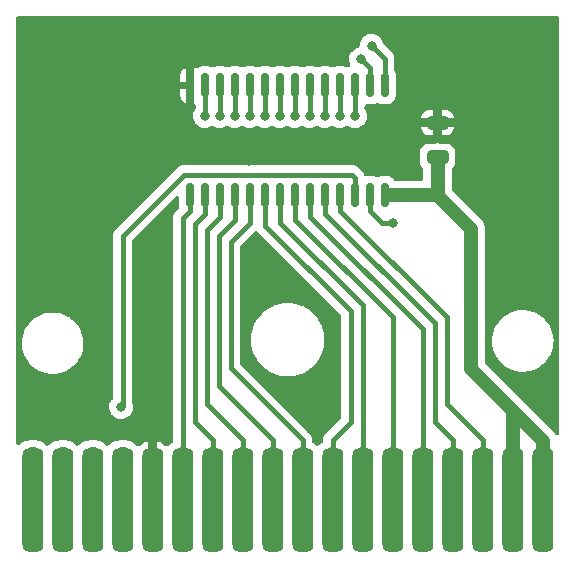
<source format=gbr>
%TF.GenerationSoftware,KiCad,Pcbnew,(6.0.0)*%
%TF.CreationDate,2022-01-01T20:47:22+01:00*%
%TF.ProjectId,vectrex,76656374-7265-4782-9e6b-696361645f70,rev?*%
%TF.SameCoordinates,Original*%
%TF.FileFunction,Copper,L1,Top*%
%TF.FilePolarity,Positive*%
%FSLAX46Y46*%
G04 Gerber Fmt 4.6, Leading zero omitted, Abs format (unit mm)*
G04 Created by KiCad (PCBNEW (6.0.0)) date 2022-01-01 20:47:22*
%MOMM*%
%LPD*%
G01*
G04 APERTURE LIST*
G04 Aperture macros list*
%AMRoundRect*
0 Rectangle with rounded corners*
0 $1 Rounding radius*
0 $2 $3 $4 $5 $6 $7 $8 $9 X,Y pos of 4 corners*
0 Add a 4 corners polygon primitive as box body*
4,1,4,$2,$3,$4,$5,$6,$7,$8,$9,$2,$3,0*
0 Add four circle primitives for the rounded corners*
1,1,$1+$1,$2,$3*
1,1,$1+$1,$4,$5*
1,1,$1+$1,$6,$7*
1,1,$1+$1,$8,$9*
0 Add four rect primitives between the rounded corners*
20,1,$1+$1,$2,$3,$4,$5,0*
20,1,$1+$1,$4,$5,$6,$7,0*
20,1,$1+$1,$6,$7,$8,$9,0*
20,1,$1+$1,$8,$9,$2,$3,0*%
G04 Aperture macros list end*
%TA.AperFunction,SMDPad,CuDef*%
%ADD10RoundRect,0.150000X-0.150000X0.875000X-0.150000X-0.875000X0.150000X-0.875000X0.150000X0.875000X0*%
%TD*%
%TA.AperFunction,SMDPad,CuDef*%
%ADD11RoundRect,0.666750X-0.222250X-3.778250X0.222250X-3.778250X0.222250X3.778250X-0.222250X3.778250X0*%
%TD*%
%TA.AperFunction,SMDPad,CuDef*%
%ADD12RoundRect,0.250000X0.650000X-0.325000X0.650000X0.325000X-0.650000X0.325000X-0.650000X-0.325000X0*%
%TD*%
%TA.AperFunction,ViaPad*%
%ADD13C,0.800000*%
%TD*%
%TA.AperFunction,Conductor*%
%ADD14C,0.400000*%
%TD*%
%TA.AperFunction,Conductor*%
%ADD15C,1.200000*%
%TD*%
G04 APERTURE END LIST*
D10*
%TO.P,U1,1,A14*%
%TO.N,/V-A14*%
X165735000Y-79170000D03*
%TO.P,U1,2,A12*%
%TO.N,/V-A12*%
X164465000Y-79170000D03*
%TO.P,U1,3,A7*%
%TO.N,/V-A7*%
X163195000Y-79170000D03*
%TO.P,U1,4,A6*%
%TO.N,/V-A6*%
X161925000Y-79170000D03*
%TO.P,U1,5,A5*%
%TO.N,/V-A5*%
X160655000Y-79170000D03*
%TO.P,U1,6,A4*%
%TO.N,/V-A4*%
X159385000Y-79170000D03*
%TO.P,U1,7,A3*%
%TO.N,/V-A3*%
X158115000Y-79170000D03*
%TO.P,U1,8,A2*%
%TO.N,/V-A2*%
X156845000Y-79170000D03*
%TO.P,U1,9,A1*%
%TO.N,/V-A1*%
X155575000Y-79170000D03*
%TO.P,U1,10,A0*%
%TO.N,/V-A0*%
X154305000Y-79170000D03*
%TO.P,U1,11,D0*%
%TO.N,/V-D0*%
X153035000Y-79170000D03*
%TO.P,U1,12,D1*%
%TO.N,/V-D1*%
X151765000Y-79170000D03*
%TO.P,U1,13,D2*%
%TO.N,/V-D2*%
X150495000Y-79170000D03*
%TO.P,U1,14,GND*%
%TO.N,GND*%
X149225000Y-79170000D03*
%TO.P,U1,15,D3*%
%TO.N,/V-D3*%
X149225000Y-88470000D03*
%TO.P,U1,16,D4*%
%TO.N,/V-D4*%
X150495000Y-88470000D03*
%TO.P,U1,17,D5*%
%TO.N,/V-D5*%
X151765000Y-88470000D03*
%TO.P,U1,18,D6*%
%TO.N,/V-D6*%
X153035000Y-88470000D03*
%TO.P,U1,19,D7*%
%TO.N,/V-D7*%
X154305000Y-88470000D03*
%TO.P,U1,20,~{CS}*%
%TO.N,/V-CE*%
X155575000Y-88470000D03*
%TO.P,U1,21,A10*%
%TO.N,/V-A10*%
X156845000Y-88470000D03*
%TO.P,U1,22,~{OE}*%
%TO.N,/V-OE*%
X158115000Y-88470000D03*
%TO.P,U1,23,A11*%
%TO.N,/V-A11*%
X159385000Y-88470000D03*
%TO.P,U1,24,A9*%
%TO.N,/V-A9*%
X160655000Y-88470000D03*
%TO.P,U1,25,A8*%
%TO.N,/V-A8*%
X161925000Y-88470000D03*
%TO.P,U1,26,A13*%
%TO.N,/V-A13*%
X163195000Y-88470000D03*
%TO.P,U1,27,~{WE}*%
%TO.N,/V-HALT*%
X164465000Y-88470000D03*
%TO.P,U1,28,VCC*%
%TO.N,+5V*%
X165735000Y-88470000D03*
%TD*%
D11*
%TO.P,CON3,2,VCC*%
%TO.N,+5V*%
X179070000Y-114300000D03*
%TO.P,CON3,4,VCC2*%
X176530000Y-114300000D03*
%TO.P,CON3,6,A8*%
%TO.N,/V-A8*%
X173990000Y-114300000D03*
%TO.P,CON3,8,A9*%
%TO.N,/V-A9*%
X171450000Y-114300000D03*
%TO.P,CON3,10,A11*%
%TO.N,/V-A11*%
X168910000Y-114300000D03*
%TO.P,CON3,12,OE*%
%TO.N,/V-OE*%
X166370000Y-114300000D03*
%TO.P,CON3,14,A10*%
%TO.N,/V-A10*%
X163830000Y-114300000D03*
%TO.P,CON3,16,CE*%
%TO.N,/V-CE*%
X161290000Y-114300000D03*
%TO.P,CON3,18,D7*%
%TO.N,/V-D7*%
X158750000Y-114300000D03*
%TO.P,CON3,20,D6*%
%TO.N,/V-D6*%
X156210000Y-114300000D03*
%TO.P,CON3,22,D5*%
%TO.N,/V-D5*%
X153670000Y-114300000D03*
%TO.P,CON3,24,D4*%
%TO.N,/V-D4*%
X151130000Y-114300000D03*
%TO.P,CON3,26,D3*%
%TO.N,/V-D3*%
X148590000Y-114300000D03*
%TO.P,CON3,28,GND2*%
%TO.N,GND*%
X146050000Y-114300000D03*
%TO.P,CON3,30,RW*%
%TO.N,unconnected-(CON3-Pad30)*%
X143510000Y-114300000D03*
%TO.P,CON3,32,CART*%
%TO.N,unconnected-(CON3-Pad32)*%
X140970000Y-114300000D03*
%TO.P,CON3,34,NMI*%
%TO.N,unconnected-(CON3-Pad34)*%
X138430000Y-114300000D03*
%TO.P,CON3,36,IRQ*%
%TO.N,unconnected-(CON3-Pad36)*%
X135890000Y-114300000D03*
%TD*%
D12*
%TO.P,C1,1,1*%
%TO.N,+5V*%
X170180000Y-85295000D03*
%TO.P,C1,2,2*%
%TO.N,GND*%
X170180000Y-82345000D03*
%TD*%
D13*
%TO.N,GND*%
X154178000Y-85598000D03*
X154178000Y-84328000D03*
X145796000Y-91440000D03*
X147828000Y-89408000D03*
X179070000Y-74930000D03*
X179070000Y-105410000D03*
X143510000Y-76200000D03*
X147320000Y-105664000D03*
X166370000Y-82550000D03*
X147320000Y-78994000D03*
X160020000Y-108204000D03*
X135890000Y-74930000D03*
X166370000Y-85090000D03*
X141351000Y-104267000D03*
X137033000Y-108585000D03*
X147320000Y-107188000D03*
X154686000Y-92710000D03*
X147320000Y-108712000D03*
X147320000Y-81788000D03*
X139192000Y-106426000D03*
%TO.N,/V-HALT*%
X166370000Y-90805000D03*
%TO.N,/V-A7*%
X163195000Y-81788000D03*
%TO.N,/V-A6*%
X161925000Y-81788000D03*
%TO.N,/V-A5*%
X160655000Y-81788000D03*
%TO.N,/V-A4*%
X159385000Y-81788000D03*
%TO.N,/V-A3*%
X158115000Y-81788000D03*
%TO.N,/V-A2*%
X156845000Y-81788000D03*
%TO.N,/V-A1*%
X155575000Y-81788000D03*
%TO.N,/V-A0*%
X154305000Y-81788000D03*
%TO.N,/V-D0*%
X153035000Y-81788000D03*
%TO.N,/V-D1*%
X151765000Y-81788000D03*
%TO.N,/V-D2*%
X150495000Y-81788000D03*
%TO.N,/V-A12*%
X163703000Y-76962000D03*
%TO.N,/V-A13*%
X143383000Y-106426000D03*
%TO.N,/V-A14*%
X164592000Y-75819000D03*
%TD*%
D14*
%TO.N,/V-HALT*%
X164465000Y-89789000D02*
X164465000Y-88470000D01*
X165481000Y-90805000D02*
X164465000Y-89789000D01*
X166370000Y-90805000D02*
X165481000Y-90805000D01*
%TO.N,/V-D5*%
X150622000Y-106172000D02*
X150622000Y-91440000D01*
X150622000Y-91440000D02*
X151765000Y-90297000D01*
X151765000Y-90297000D02*
X151765000Y-88470000D01*
X153670000Y-109220000D02*
X150622000Y-106172000D01*
X153670000Y-114300000D02*
X153670000Y-109220000D01*
%TO.N,/V-D6*%
X153035000Y-90551000D02*
X153035000Y-88470000D01*
X151638000Y-104648000D02*
X151638000Y-91948000D01*
X156210000Y-109220000D02*
X151638000Y-104648000D01*
X156210000Y-114300000D02*
X156210000Y-109220000D01*
X151638000Y-91948000D02*
X153035000Y-90551000D01*
%TO.N,/V-D7*%
X154305000Y-90805000D02*
X154305000Y-88470000D01*
X152654000Y-92456000D02*
X154305000Y-90805000D01*
X152654000Y-103124000D02*
X152654000Y-92456000D01*
X158750000Y-109220000D02*
X152654000Y-103124000D01*
X158750000Y-114300000D02*
X158750000Y-109220000D01*
%TO.N,/V-D4*%
X149606000Y-90932000D02*
X150495000Y-90043000D01*
X149606000Y-107696000D02*
X149606000Y-90932000D01*
X151130000Y-109220000D02*
X149606000Y-107696000D01*
X151130000Y-114300000D02*
X151130000Y-109220000D01*
X150495000Y-90043000D02*
X150495000Y-88470000D01*
%TO.N,/V-A7*%
X163195000Y-81788000D02*
X163195000Y-79170000D01*
%TO.N,/V-A6*%
X161925000Y-81788000D02*
X161925000Y-79170000D01*
%TO.N,/V-A5*%
X160655000Y-81788000D02*
X160655000Y-79170000D01*
%TO.N,/V-A4*%
X159385000Y-81788000D02*
X159385000Y-79170000D01*
%TO.N,/V-A3*%
X158115000Y-81788000D02*
X158115000Y-79170000D01*
%TO.N,/V-A2*%
X156845000Y-81788000D02*
X156845000Y-79170000D01*
%TO.N,/V-A1*%
X155575000Y-81788000D02*
X155575000Y-79170000D01*
%TO.N,/V-D2*%
X150495000Y-81788000D02*
X150495000Y-79170000D01*
%TO.N,/V-D1*%
X151765000Y-81788000D02*
X151765000Y-79170000D01*
%TO.N,/V-D0*%
X153035000Y-81788000D02*
X153035000Y-79170000D01*
%TO.N,/V-A0*%
X154305000Y-81788000D02*
X154305000Y-79170000D01*
D15*
%TO.N,+5V*%
X172974000Y-91313000D02*
X170131000Y-88470000D01*
X179070000Y-109283500D02*
X172974000Y-103187500D01*
X179070000Y-114300000D02*
X179070000Y-109283500D01*
X172974000Y-103187500D02*
X172974000Y-91313000D01*
D14*
%TO.N,/V-CE*%
X162814000Y-98298000D02*
X155575000Y-91059000D01*
X162814000Y-107696000D02*
X162814000Y-98298000D01*
X155575000Y-91059000D02*
X155575000Y-88470000D01*
X161290000Y-114300000D02*
X161290000Y-109220000D01*
X161290000Y-109220000D02*
X162814000Y-107696000D01*
%TO.N,/V-A13*%
X163195000Y-86995000D02*
X163195000Y-88470000D01*
X162941000Y-86741000D02*
X163195000Y-86995000D01*
X148717000Y-86741000D02*
X162941000Y-86741000D01*
X143383000Y-106426000D02*
X143510000Y-106299000D01*
X143510000Y-106299000D02*
X143510000Y-91948000D01*
X143510000Y-91948000D02*
X148717000Y-86741000D01*
%TO.N,/V-A9*%
X169926000Y-107696000D02*
X169926000Y-99314000D01*
X169926000Y-99314000D02*
X160655000Y-90043000D01*
X160655000Y-90043000D02*
X160655000Y-88470000D01*
X171450000Y-109220000D02*
X169926000Y-107696000D01*
X171450000Y-114300000D02*
X171450000Y-109220000D01*
%TO.N,/V-A11*%
X159385000Y-90297000D02*
X159385000Y-88470000D01*
X168910000Y-99822000D02*
X159385000Y-90297000D01*
X168910000Y-114300000D02*
X168910000Y-99822000D01*
%TO.N,/V-OE*%
X158115000Y-90551000D02*
X158115000Y-88470000D01*
X166370000Y-114300000D02*
X166370000Y-98806000D01*
X166370000Y-98806000D02*
X158115000Y-90551000D01*
%TO.N,/V-A10*%
X163830000Y-97790000D02*
X163830000Y-114300000D01*
X156845000Y-90805000D02*
X163830000Y-97790000D01*
X156845000Y-88470000D02*
X156845000Y-90805000D01*
%TO.N,/V-A8*%
X161925000Y-89789000D02*
X161925000Y-88470000D01*
X170942000Y-106172000D02*
X170942000Y-98806000D01*
X170942000Y-98806000D02*
X161925000Y-89789000D01*
X173990000Y-109220000D02*
X170942000Y-106172000D01*
X173990000Y-114300000D02*
X173990000Y-109220000D01*
%TO.N,/V-D3*%
X149225000Y-89789000D02*
X149225000Y-88470000D01*
X148590000Y-90424000D02*
X149225000Y-89789000D01*
X148590000Y-114300000D02*
X148590000Y-90424000D01*
D15*
%TO.N,+5V*%
X176530000Y-114300000D02*
X176530000Y-106743500D01*
X170131000Y-88470000D02*
X166035000Y-88470000D01*
D14*
X170180000Y-88421000D02*
X170131000Y-88470000D01*
D15*
X170180000Y-85295000D02*
X170180000Y-88421000D01*
D14*
%TO.N,/V-A12*%
X163703000Y-76962000D02*
X164465000Y-77724000D01*
X164465000Y-77724000D02*
X164465000Y-79170000D01*
%TO.N,/V-A14*%
X165735000Y-76962000D02*
X165735000Y-79170000D01*
X164592000Y-75819000D02*
X165735000Y-76962000D01*
%TD*%
%TA.AperFunction,Conductor*%
%TO.N,GND*%
G36*
X180385343Y-73345307D02*
G01*
X180454584Y-73400526D01*
X180493011Y-73480318D01*
X180498000Y-73524600D01*
X180498000Y-108611249D01*
X180478293Y-108697592D01*
X180423074Y-108766833D01*
X180343282Y-108805260D01*
X180254718Y-108805260D01*
X180174926Y-108766833D01*
X180120523Y-108699266D01*
X180097980Y-108653553D01*
X180092520Y-108646241D01*
X180089042Y-108640566D01*
X180085386Y-108634937D01*
X180081137Y-108626860D01*
X180024197Y-108554632D01*
X180021027Y-108550501D01*
X179971428Y-108484080D01*
X179971427Y-108484079D01*
X179965967Y-108476767D01*
X179903540Y-108419060D01*
X179897907Y-108413644D01*
X177450673Y-105966410D01*
X177431943Y-105944770D01*
X177425967Y-105936767D01*
X177363540Y-105879060D01*
X177357907Y-105873644D01*
X174232786Y-102748523D01*
X174185667Y-102673535D01*
X174174500Y-102607809D01*
X174174500Y-100871071D01*
X174792955Y-100871071D01*
X174817914Y-101188207D01*
X174881336Y-101499938D01*
X174982276Y-101801616D01*
X175119229Y-102088743D01*
X175122489Y-102093860D01*
X175122490Y-102093862D01*
X175152121Y-102140373D01*
X175290153Y-102357040D01*
X175294019Y-102361730D01*
X175294022Y-102361734D01*
X175361991Y-102444187D01*
X175492500Y-102602507D01*
X175723254Y-102821484D01*
X175728141Y-102825100D01*
X175929623Y-102974189D01*
X175978975Y-103010708D01*
X175984264Y-103013701D01*
X175984265Y-103013701D01*
X176250563Y-103164366D01*
X176250572Y-103164370D01*
X176255849Y-103167356D01*
X176343754Y-103203768D01*
X176544125Y-103286764D01*
X176544130Y-103286766D01*
X176549751Y-103289094D01*
X176856298Y-103374107D01*
X176862313Y-103375006D01*
X176862318Y-103375007D01*
X177165774Y-103420359D01*
X177165778Y-103420359D01*
X177170921Y-103421128D01*
X177176111Y-103421355D01*
X177176115Y-103421355D01*
X177282641Y-103426006D01*
X177282661Y-103426006D01*
X177284804Y-103426100D01*
X177478799Y-103426100D01*
X177715524Y-103411621D01*
X178028313Y-103353649D01*
X178331707Y-103257990D01*
X178506273Y-103178436D01*
X178615643Y-103128593D01*
X178615645Y-103128592D01*
X178621181Y-103126069D01*
X178626365Y-103122892D01*
X178626371Y-103122889D01*
X178815333Y-103007092D01*
X178892420Y-102959853D01*
X179141381Y-102761821D01*
X179364352Y-102534924D01*
X179368049Y-102530105D01*
X179368055Y-102530099D01*
X179554306Y-102287371D01*
X179554307Y-102287370D01*
X179558009Y-102282545D01*
X179719466Y-102008446D01*
X179759353Y-101916714D01*
X179843892Y-101722287D01*
X179843893Y-101722284D01*
X179846315Y-101716714D01*
X179936665Y-101411697D01*
X179989169Y-101097943D01*
X180003045Y-100780129D01*
X179978086Y-100462993D01*
X179974527Y-100445496D01*
X179933836Y-100245496D01*
X179914664Y-100151262D01*
X179813724Y-99849584D01*
X179682226Y-99573894D01*
X179679386Y-99567939D01*
X179679384Y-99567936D01*
X179676771Y-99562457D01*
X179505847Y-99294160D01*
X179464921Y-99244512D01*
X179307366Y-99053383D01*
X179303500Y-99048693D01*
X179072746Y-98829716D01*
X178890865Y-98695131D01*
X178821912Y-98644108D01*
X178821910Y-98644107D01*
X178817025Y-98640492D01*
X178737909Y-98595730D01*
X178545437Y-98486834D01*
X178545428Y-98486830D01*
X178540151Y-98483844D01*
X178321341Y-98393210D01*
X178251875Y-98364436D01*
X178251870Y-98364434D01*
X178246249Y-98362106D01*
X177939702Y-98277093D01*
X177933687Y-98276194D01*
X177933682Y-98276193D01*
X177630226Y-98230841D01*
X177630222Y-98230841D01*
X177625079Y-98230072D01*
X177619889Y-98229845D01*
X177619885Y-98229845D01*
X177513359Y-98225194D01*
X177513339Y-98225194D01*
X177511196Y-98225100D01*
X177317201Y-98225100D01*
X177080476Y-98239579D01*
X176767687Y-98297551D01*
X176464293Y-98393210D01*
X176322285Y-98457927D01*
X176270515Y-98481520D01*
X176174819Y-98525131D01*
X176169635Y-98528308D01*
X176169629Y-98528311D01*
X176059612Y-98595730D01*
X175903580Y-98691347D01*
X175654619Y-98889379D01*
X175431648Y-99116276D01*
X175427951Y-99121095D01*
X175427945Y-99121101D01*
X175356218Y-99214578D01*
X175237991Y-99368655D01*
X175076534Y-99642754D01*
X175074112Y-99648323D01*
X175074111Y-99648326D01*
X174952108Y-99928913D01*
X174949685Y-99934486D01*
X174859335Y-100239503D01*
X174806831Y-100553257D01*
X174792955Y-100871071D01*
X174174500Y-100871071D01*
X174174500Y-91360122D01*
X174174926Y-91347107D01*
X174178633Y-91290544D01*
X174179230Y-91281440D01*
X174171237Y-91213909D01*
X174168414Y-91190055D01*
X174167870Y-91184875D01*
X174160289Y-91102373D01*
X174160288Y-91102370D01*
X174159454Y-91093289D01*
X174156979Y-91084514D01*
X174155766Y-91077970D01*
X174154368Y-91071394D01*
X174153296Y-91062333D01*
X174126021Y-90974492D01*
X174124545Y-90969510D01*
X174102041Y-90889716D01*
X174099565Y-90880936D01*
X174095532Y-90872758D01*
X174093134Y-90866510D01*
X174090572Y-90860324D01*
X174087869Y-90851620D01*
X174083626Y-90843556D01*
X174083623Y-90843548D01*
X174045043Y-90770221D01*
X174042677Y-90765578D01*
X174006015Y-90691235D01*
X174006015Y-90691234D01*
X174001980Y-90683053D01*
X173996521Y-90675744D01*
X173993050Y-90670079D01*
X173989389Y-90664441D01*
X173985137Y-90656359D01*
X173928183Y-90584113D01*
X173925013Y-90579982D01*
X173875428Y-90513580D01*
X173875428Y-90513579D01*
X173869967Y-90506267D01*
X173807553Y-90448572D01*
X173801920Y-90443156D01*
X171438786Y-88080023D01*
X171391667Y-88005035D01*
X171380500Y-87939309D01*
X171380500Y-86360163D01*
X171400207Y-86273820D01*
X171434823Y-86225034D01*
X171434940Y-86224940D01*
X171502505Y-86140907D01*
X171543980Y-86089323D01*
X171543982Y-86089321D01*
X171550731Y-86080926D01*
X171558004Y-86066276D01*
X171615931Y-85949582D01*
X171632895Y-85915408D01*
X171677600Y-85736107D01*
X171680500Y-85693566D01*
X171680500Y-84896434D01*
X171677600Y-84853893D01*
X171632895Y-84674592D01*
X171550731Y-84509074D01*
X171434940Y-84365060D01*
X171426546Y-84358311D01*
X171299323Y-84256020D01*
X171299321Y-84256018D01*
X171290926Y-84249269D01*
X171125408Y-84167105D01*
X170946107Y-84122400D01*
X170922096Y-84120763D01*
X170906959Y-84119731D01*
X170906950Y-84119731D01*
X170903566Y-84119500D01*
X170443956Y-84119500D01*
X170405133Y-84115676D01*
X170314978Y-84097743D01*
X170314977Y-84097743D01*
X170306024Y-84095962D01*
X170192859Y-84094481D01*
X170094531Y-84093193D01*
X170094526Y-84093193D01*
X170085406Y-84093074D01*
X170076416Y-84094619D01*
X170076413Y-84094619D01*
X169948339Y-84116626D01*
X169914639Y-84119500D01*
X169456434Y-84119500D01*
X169453050Y-84119731D01*
X169453041Y-84119731D01*
X169437904Y-84120763D01*
X169413893Y-84122400D01*
X169234592Y-84167105D01*
X169069074Y-84249269D01*
X169060679Y-84256018D01*
X169060677Y-84256020D01*
X168933454Y-84358311D01*
X168925060Y-84365060D01*
X168809269Y-84509074D01*
X168727105Y-84674592D01*
X168682400Y-84853893D01*
X168679500Y-84896434D01*
X168679500Y-85693566D01*
X168682400Y-85736107D01*
X168727105Y-85915408D01*
X168744069Y-85949582D01*
X168801997Y-86066276D01*
X168809269Y-86080926D01*
X168816018Y-86089321D01*
X168816020Y-86089323D01*
X168857495Y-86140907D01*
X168923249Y-86222687D01*
X168925060Y-86224940D01*
X168924797Y-86225151D01*
X168968333Y-86294437D01*
X168979500Y-86360163D01*
X168979500Y-87070500D01*
X168959793Y-87156843D01*
X168904574Y-87226084D01*
X168824782Y-87264511D01*
X168780500Y-87269500D01*
X166677056Y-87269500D01*
X166590713Y-87249793D01*
X166521472Y-87194574D01*
X166507836Y-87175217D01*
X166483250Y-87135487D01*
X166477166Y-87125655D01*
X166353311Y-87002016D01*
X166204334Y-86910186D01*
X166193367Y-86906548D01*
X166193364Y-86906547D01*
X166048540Y-86858510D01*
X166048537Y-86858509D01*
X166038228Y-86855090D01*
X165934866Y-86844500D01*
X165535134Y-86844500D01*
X165530021Y-86845031D01*
X165530012Y-86845031D01*
X165441312Y-86854235D01*
X165441311Y-86854235D01*
X165430481Y-86855359D01*
X165420154Y-86858804D01*
X165420151Y-86858805D01*
X165400195Y-86865463D01*
X165264471Y-86910744D01*
X165254640Y-86916828D01*
X165254637Y-86916829D01*
X165204689Y-86947738D01*
X165120897Y-86976415D01*
X165032961Y-86965896D01*
X164995552Y-86947921D01*
X164944172Y-86916250D01*
X164944171Y-86916249D01*
X164934334Y-86910186D01*
X164923367Y-86906548D01*
X164923364Y-86906547D01*
X164778540Y-86858510D01*
X164778537Y-86858509D01*
X164768228Y-86855090D01*
X164664866Y-86844500D01*
X164265134Y-86844500D01*
X164197752Y-86851492D01*
X164160546Y-86855352D01*
X164072630Y-86844661D01*
X163998060Y-86796884D01*
X163961173Y-86736807D01*
X163958489Y-86738059D01*
X163958489Y-86738058D01*
X163941937Y-86702562D01*
X163934365Y-86683913D01*
X163925146Y-86657439D01*
X163925145Y-86657436D01*
X163921485Y-86646927D01*
X163906295Y-86622617D01*
X163894706Y-86601272D01*
X163887295Y-86585380D01*
X163887292Y-86585374D01*
X163882590Y-86575292D01*
X163858586Y-86544346D01*
X163847074Y-86527844D01*
X163826316Y-86494625D01*
X163818477Y-86486731D01*
X163818473Y-86486726D01*
X163797814Y-86465922D01*
X163797463Y-86465547D01*
X163796901Y-86464823D01*
X163771388Y-86439310D01*
X163770898Y-86438819D01*
X163699770Y-86367193D01*
X163698671Y-86366496D01*
X163697719Y-86365641D01*
X163513772Y-86181694D01*
X163512306Y-86180213D01*
X163457928Y-86124684D01*
X163450141Y-86116732D01*
X163417218Y-86095515D01*
X163400872Y-86083769D01*
X163378960Y-86066276D01*
X163378957Y-86066274D01*
X163370266Y-86059336D01*
X163344459Y-86046860D01*
X163323278Y-86034974D01*
X163308537Y-86025474D01*
X163308535Y-86025473D01*
X163299183Y-86019446D01*
X163262381Y-86006051D01*
X163243843Y-85998220D01*
X163218595Y-85986015D01*
X163218593Y-85986014D01*
X163208578Y-85981173D01*
X163197738Y-85978670D01*
X163197737Y-85978670D01*
X163180653Y-85974726D01*
X163157360Y-85967826D01*
X163140882Y-85961829D01*
X163130422Y-85958022D01*
X163091565Y-85953113D01*
X163071742Y-85949582D01*
X163044428Y-85943276D01*
X163044425Y-85943276D01*
X163033589Y-85940774D01*
X163022465Y-85940735D01*
X162993146Y-85940632D01*
X162992631Y-85940615D01*
X162991717Y-85940500D01*
X162955517Y-85940500D01*
X162954822Y-85940499D01*
X162857732Y-85940160D01*
X162857731Y-85940160D01*
X162854000Y-85940147D01*
X162852730Y-85940431D01*
X162851455Y-85940500D01*
X148726465Y-85940500D01*
X148724381Y-85940489D01*
X148646715Y-85939675D01*
X148646711Y-85939675D01*
X148635593Y-85939559D01*
X148624720Y-85941910D01*
X148624718Y-85941910D01*
X148597315Y-85947834D01*
X148577449Y-85951088D01*
X148559400Y-85953113D01*
X148538528Y-85955454D01*
X148528018Y-85959114D01*
X148511464Y-85964879D01*
X148488069Y-85971455D01*
X148470935Y-85975159D01*
X148470931Y-85975160D01*
X148460058Y-85977511D01*
X148441821Y-85986015D01*
X148424568Y-85994060D01*
X148405914Y-86001634D01*
X148368927Y-86014515D01*
X148359493Y-86020410D01*
X148359491Y-86020411D01*
X148344621Y-86029703D01*
X148323265Y-86041298D01*
X148313932Y-86045650D01*
X148297293Y-86053409D01*
X148288503Y-86060227D01*
X148288502Y-86060228D01*
X148266352Y-86077410D01*
X148249835Y-86088932D01*
X148226061Y-86103787D01*
X148226056Y-86103791D01*
X148216625Y-86109684D01*
X148208732Y-86117522D01*
X148208727Y-86117526D01*
X148187922Y-86138186D01*
X148187547Y-86138537D01*
X148186823Y-86139099D01*
X148161310Y-86164612D01*
X148160819Y-86165102D01*
X148089193Y-86236230D01*
X148088496Y-86237329D01*
X148087641Y-86238281D01*
X142950694Y-91375228D01*
X142949214Y-91376693D01*
X142885732Y-91438859D01*
X142864515Y-91471782D01*
X142852771Y-91488125D01*
X142828336Y-91518734D01*
X142815860Y-91544541D01*
X142803974Y-91565722D01*
X142798632Y-91574012D01*
X142788446Y-91589817D01*
X142775565Y-91625207D01*
X142775053Y-91626614D01*
X142767220Y-91645157D01*
X142755015Y-91670405D01*
X142750173Y-91680422D01*
X142747670Y-91691262D01*
X142747670Y-91691263D01*
X142743726Y-91708347D01*
X142736826Y-91731640D01*
X142731993Y-91744919D01*
X142727022Y-91758578D01*
X142723300Y-91788042D01*
X142722113Y-91797436D01*
X142718582Y-91817258D01*
X142709774Y-91855411D01*
X142709735Y-91866535D01*
X142709632Y-91895854D01*
X142709615Y-91896369D01*
X142709500Y-91897283D01*
X142709500Y-91933483D01*
X142709499Y-91934178D01*
X142709147Y-92035000D01*
X142709431Y-92036270D01*
X142709500Y-92037545D01*
X142709500Y-105599648D01*
X142689793Y-105685991D01*
X142662943Y-105727562D01*
X142582258Y-105823720D01*
X142553480Y-105858016D01*
X142548789Y-105866549D01*
X142506169Y-105944075D01*
X142458956Y-106029954D01*
X142399628Y-106216978D01*
X142377757Y-106411963D01*
X142394175Y-106607483D01*
X142448258Y-106796091D01*
X142537944Y-106970601D01*
X142543989Y-106978228D01*
X142543991Y-106978231D01*
X142617279Y-107070697D01*
X142659818Y-107124369D01*
X142667231Y-107130678D01*
X142667232Y-107130679D01*
X142801822Y-107245224D01*
X142801825Y-107245226D01*
X142809238Y-107251535D01*
X142817731Y-107256282D01*
X142817736Y-107256285D01*
X142972018Y-107342510D01*
X142972024Y-107342512D01*
X142980513Y-107347257D01*
X142989768Y-107350264D01*
X142989770Y-107350265D01*
X143029897Y-107363303D01*
X143167118Y-107407889D01*
X143176784Y-107409042D01*
X143176786Y-107409042D01*
X143352284Y-107429969D01*
X143352285Y-107429969D01*
X143361946Y-107431121D01*
X143511142Y-107419641D01*
X143547869Y-107416815D01*
X143547870Y-107416815D01*
X143557576Y-107416068D01*
X143746556Y-107363303D01*
X143921689Y-107274837D01*
X144076303Y-107154040D01*
X144204509Y-107005511D01*
X144209317Y-106997048D01*
X144296616Y-106843375D01*
X144296617Y-106843372D01*
X144301425Y-106834909D01*
X144317450Y-106786738D01*
X144360286Y-106657967D01*
X144360286Y-106657966D01*
X144363358Y-106648732D01*
X144387949Y-106454071D01*
X144388341Y-106426000D01*
X144369194Y-106230728D01*
X144318993Y-106064453D01*
X144310500Y-106006936D01*
X144310500Y-92362006D01*
X144330207Y-92275663D01*
X144368786Y-92221292D01*
X147984786Y-88605292D01*
X148059774Y-88558173D01*
X148147781Y-88548257D01*
X148231374Y-88577508D01*
X148293998Y-88640132D01*
X148323249Y-88723725D01*
X148324500Y-88746006D01*
X148324500Y-89394866D01*
X148325031Y-89399979D01*
X148325031Y-89399988D01*
X148330002Y-89447891D01*
X148319312Y-89535806D01*
X148272779Y-89609143D01*
X148030694Y-89851228D01*
X148029214Y-89852693D01*
X147965732Y-89914859D01*
X147944515Y-89947782D01*
X147932771Y-89964125D01*
X147908336Y-89994734D01*
X147895860Y-90020541D01*
X147883974Y-90041722D01*
X147881255Y-90045942D01*
X147868446Y-90065817D01*
X147857241Y-90096602D01*
X147855053Y-90102614D01*
X147847220Y-90121157D01*
X147830173Y-90156422D01*
X147827670Y-90167262D01*
X147827670Y-90167263D01*
X147823726Y-90184347D01*
X147816826Y-90207640D01*
X147807022Y-90234578D01*
X147805628Y-90245616D01*
X147802113Y-90273436D01*
X147798582Y-90293258D01*
X147789774Y-90331411D01*
X147789735Y-90342535D01*
X147789632Y-90371854D01*
X147789615Y-90372369D01*
X147789500Y-90373283D01*
X147789500Y-90409483D01*
X147789499Y-90410178D01*
X147789164Y-90506267D01*
X147789147Y-90511000D01*
X147789431Y-90512270D01*
X147789500Y-90513545D01*
X147789500Y-109276242D01*
X147769793Y-109362585D01*
X147714574Y-109431826D01*
X147704072Y-109439651D01*
X147558865Y-109540572D01*
X147558860Y-109540576D01*
X147551587Y-109545631D01*
X147395316Y-109701902D01*
X147320328Y-109749021D01*
X147232321Y-109758937D01*
X147148728Y-109729686D01*
X147114011Y-109702025D01*
X147032314Y-109620470D01*
X147018334Y-109608865D01*
X146855344Y-109497053D01*
X146839480Y-109488187D01*
X146658842Y-109407950D01*
X146641630Y-109402125D01*
X146471807Y-109361511D01*
X146454186Y-109361329D01*
X146450000Y-109379240D01*
X146450000Y-110744000D01*
X145650000Y-110744000D01*
X145650000Y-109378540D01*
X145646088Y-109361401D01*
X145627612Y-109361513D01*
X145456413Y-109402772D01*
X145439217Y-109408626D01*
X145258721Y-109489177D01*
X145242868Y-109498073D01*
X145080068Y-109610172D01*
X145066116Y-109621796D01*
X144986254Y-109701798D01*
X144911307Y-109748982D01*
X144823309Y-109758975D01*
X144739690Y-109729798D01*
X144704703Y-109701921D01*
X144548413Y-109545631D01*
X144541140Y-109540576D01*
X144541135Y-109540572D01*
X144411560Y-109450516D01*
X144362658Y-109416528D01*
X144156977Y-109322359D01*
X143937870Y-109266102D01*
X143799258Y-109254828D01*
X143799246Y-109254827D01*
X143799245Y-109254827D01*
X143795225Y-109254500D01*
X143510036Y-109254500D01*
X143224776Y-109254501D01*
X143220757Y-109254828D01*
X143220753Y-109254828D01*
X143146137Y-109260897D01*
X143082130Y-109266102D01*
X142863023Y-109322359D01*
X142657342Y-109416528D01*
X142608440Y-109450516D01*
X142478865Y-109540572D01*
X142478860Y-109540576D01*
X142471587Y-109545631D01*
X142380714Y-109636504D01*
X142305726Y-109683623D01*
X142217719Y-109693539D01*
X142134126Y-109664288D01*
X142099286Y-109636504D01*
X142008413Y-109545631D01*
X142001140Y-109540576D01*
X142001135Y-109540572D01*
X141871560Y-109450516D01*
X141822658Y-109416528D01*
X141616977Y-109322359D01*
X141397870Y-109266102D01*
X141259258Y-109254828D01*
X141259246Y-109254827D01*
X141259245Y-109254827D01*
X141255225Y-109254500D01*
X140970036Y-109254500D01*
X140684776Y-109254501D01*
X140680757Y-109254828D01*
X140680753Y-109254828D01*
X140606137Y-109260897D01*
X140542130Y-109266102D01*
X140323023Y-109322359D01*
X140117342Y-109416528D01*
X140068440Y-109450516D01*
X139938865Y-109540572D01*
X139938860Y-109540576D01*
X139931587Y-109545631D01*
X139840714Y-109636504D01*
X139765726Y-109683623D01*
X139677719Y-109693539D01*
X139594126Y-109664288D01*
X139559286Y-109636504D01*
X139468413Y-109545631D01*
X139461140Y-109540576D01*
X139461135Y-109540572D01*
X139331560Y-109450516D01*
X139282658Y-109416528D01*
X139076977Y-109322359D01*
X138857870Y-109266102D01*
X138719258Y-109254828D01*
X138719246Y-109254827D01*
X138719245Y-109254827D01*
X138715225Y-109254500D01*
X138430036Y-109254500D01*
X138144776Y-109254501D01*
X138140757Y-109254828D01*
X138140753Y-109254828D01*
X138066137Y-109260897D01*
X138002130Y-109266102D01*
X137783023Y-109322359D01*
X137577342Y-109416528D01*
X137528440Y-109450516D01*
X137398865Y-109540572D01*
X137398860Y-109540576D01*
X137391587Y-109545631D01*
X137300714Y-109636504D01*
X137225726Y-109683623D01*
X137137719Y-109693539D01*
X137054126Y-109664288D01*
X137019286Y-109636504D01*
X136928413Y-109545631D01*
X136921140Y-109540576D01*
X136921135Y-109540572D01*
X136791560Y-109450516D01*
X136742658Y-109416528D01*
X136536977Y-109322359D01*
X136317870Y-109266102D01*
X136179258Y-109254828D01*
X136179246Y-109254827D01*
X136179245Y-109254827D01*
X136175225Y-109254500D01*
X135890036Y-109254500D01*
X135604776Y-109254501D01*
X135600757Y-109254828D01*
X135600753Y-109254828D01*
X135526137Y-109260897D01*
X135462130Y-109266102D01*
X135243023Y-109322359D01*
X135037342Y-109416528D01*
X134988440Y-109450516D01*
X134858865Y-109540572D01*
X134858860Y-109540576D01*
X134851587Y-109545631D01*
X134837714Y-109559504D01*
X134762726Y-109606623D01*
X134674719Y-109616539D01*
X134591126Y-109587288D01*
X134528502Y-109524664D01*
X134499251Y-109441071D01*
X134498000Y-109418790D01*
X134498000Y-101071071D01*
X134992955Y-101071071D01*
X135017914Y-101388207D01*
X135019125Y-101394160D01*
X135019126Y-101394166D01*
X135035959Y-101476904D01*
X135081336Y-101699938D01*
X135182276Y-102001616D01*
X135221219Y-102083261D01*
X135316273Y-102282545D01*
X135319229Y-102288743D01*
X135490153Y-102557040D01*
X135494019Y-102561730D01*
X135494022Y-102561734D01*
X135625986Y-102721819D01*
X135692500Y-102802507D01*
X135923254Y-103021484D01*
X135928141Y-103025100D01*
X136116348Y-103164366D01*
X136178975Y-103210708D01*
X136184264Y-103213701D01*
X136184265Y-103213701D01*
X136450563Y-103364366D01*
X136450572Y-103364370D01*
X136455849Y-103367356D01*
X136474320Y-103375007D01*
X136744125Y-103486764D01*
X136744130Y-103486766D01*
X136749751Y-103489094D01*
X137056298Y-103574107D01*
X137062313Y-103575006D01*
X137062318Y-103575007D01*
X137365774Y-103620359D01*
X137365778Y-103620359D01*
X137370921Y-103621128D01*
X137376111Y-103621355D01*
X137376115Y-103621355D01*
X137482641Y-103626006D01*
X137482661Y-103626006D01*
X137484804Y-103626100D01*
X137678799Y-103626100D01*
X137915524Y-103611621D01*
X138228313Y-103553649D01*
X138531707Y-103457990D01*
X138719344Y-103372479D01*
X138815643Y-103328593D01*
X138815645Y-103328592D01*
X138821181Y-103326069D01*
X138826365Y-103322892D01*
X138826371Y-103322889D01*
X139015333Y-103207092D01*
X139092420Y-103159853D01*
X139341381Y-102961821D01*
X139564352Y-102734924D01*
X139568049Y-102730105D01*
X139568055Y-102730099D01*
X139754306Y-102487371D01*
X139754307Y-102487370D01*
X139758009Y-102482545D01*
X139919466Y-102208446D01*
X139953432Y-102130331D01*
X140043892Y-101922287D01*
X140043893Y-101922284D01*
X140046315Y-101916714D01*
X140136665Y-101611697D01*
X140189169Y-101297943D01*
X140201162Y-101023255D01*
X140202780Y-100986201D01*
X140202780Y-100986199D01*
X140203045Y-100980129D01*
X140178086Y-100662993D01*
X140114664Y-100351262D01*
X140013724Y-100049584D01*
X139876771Y-99762457D01*
X139866058Y-99745640D01*
X139821234Y-99675281D01*
X139705847Y-99494160D01*
X139503500Y-99248693D01*
X139272746Y-99029716D01*
X139088946Y-98893711D01*
X139021912Y-98844108D01*
X139021910Y-98844107D01*
X139017025Y-98840492D01*
X138977720Y-98818254D01*
X138745437Y-98686834D01*
X138745428Y-98686830D01*
X138740151Y-98683844D01*
X138521341Y-98593210D01*
X138451875Y-98564436D01*
X138451870Y-98564434D01*
X138446249Y-98562106D01*
X138139702Y-98477093D01*
X138133687Y-98476194D01*
X138133682Y-98476193D01*
X137830226Y-98430841D01*
X137830222Y-98430841D01*
X137825079Y-98430072D01*
X137819889Y-98429845D01*
X137819885Y-98429845D01*
X137713359Y-98425194D01*
X137713339Y-98425194D01*
X137711196Y-98425100D01*
X137517201Y-98425100D01*
X137280476Y-98439579D01*
X136967687Y-98497551D01*
X136762943Y-98562106D01*
X136733809Y-98571292D01*
X136664293Y-98593210D01*
X136588989Y-98627528D01*
X136470515Y-98681520D01*
X136374819Y-98725131D01*
X136369635Y-98728308D01*
X136369629Y-98728311D01*
X136237329Y-98809385D01*
X136103580Y-98891347D01*
X135854619Y-99089379D01*
X135631648Y-99316276D01*
X135627951Y-99321095D01*
X135627945Y-99321101D01*
X135553306Y-99418373D01*
X135437991Y-99568655D01*
X135276534Y-99842754D01*
X135274112Y-99848323D01*
X135274111Y-99848326D01*
X135175781Y-100074469D01*
X135149685Y-100134486D01*
X135059335Y-100439503D01*
X135006831Y-100753257D01*
X134992955Y-101071071D01*
X134498000Y-101071071D01*
X134498000Y-81773963D01*
X149489757Y-81773963D01*
X149490572Y-81783666D01*
X149503992Y-81943482D01*
X149506175Y-81969483D01*
X149560258Y-82158091D01*
X149649944Y-82332601D01*
X149655989Y-82340228D01*
X149655991Y-82340231D01*
X149729279Y-82432697D01*
X149771818Y-82486369D01*
X149779231Y-82492678D01*
X149779232Y-82492679D01*
X149913822Y-82607224D01*
X149913825Y-82607226D01*
X149921238Y-82613535D01*
X149929731Y-82618282D01*
X149929736Y-82618285D01*
X150084018Y-82704510D01*
X150084024Y-82704512D01*
X150092513Y-82709257D01*
X150101768Y-82712264D01*
X150101770Y-82712265D01*
X150141897Y-82725303D01*
X150279118Y-82769889D01*
X150288784Y-82771042D01*
X150288786Y-82771042D01*
X150464284Y-82791969D01*
X150464285Y-82791969D01*
X150473946Y-82793121D01*
X150623142Y-82781641D01*
X150659869Y-82778815D01*
X150659870Y-82778815D01*
X150669576Y-82778068D01*
X150858556Y-82725303D01*
X151033689Y-82636837D01*
X151034142Y-82637734D01*
X151109342Y-82611040D01*
X151197392Y-82620558D01*
X151229598Y-82634973D01*
X151362513Y-82709257D01*
X151371768Y-82712264D01*
X151371770Y-82712265D01*
X151411897Y-82725303D01*
X151549118Y-82769889D01*
X151558784Y-82771042D01*
X151558786Y-82771042D01*
X151734284Y-82791969D01*
X151734285Y-82791969D01*
X151743946Y-82793121D01*
X151893142Y-82781641D01*
X151929869Y-82778815D01*
X151929870Y-82778815D01*
X151939576Y-82778068D01*
X152128556Y-82725303D01*
X152303689Y-82636837D01*
X152304142Y-82637734D01*
X152379342Y-82611040D01*
X152467392Y-82620558D01*
X152499598Y-82634973D01*
X152632513Y-82709257D01*
X152641768Y-82712264D01*
X152641770Y-82712265D01*
X152681897Y-82725303D01*
X152819118Y-82769889D01*
X152828784Y-82771042D01*
X152828786Y-82771042D01*
X153004284Y-82791969D01*
X153004285Y-82791969D01*
X153013946Y-82793121D01*
X153163142Y-82781641D01*
X153199869Y-82778815D01*
X153199870Y-82778815D01*
X153209576Y-82778068D01*
X153398556Y-82725303D01*
X153573689Y-82636837D01*
X153574142Y-82637734D01*
X153649342Y-82611040D01*
X153737392Y-82620558D01*
X153769598Y-82634973D01*
X153902513Y-82709257D01*
X153911768Y-82712264D01*
X153911770Y-82712265D01*
X153951897Y-82725303D01*
X154089118Y-82769889D01*
X154098784Y-82771042D01*
X154098786Y-82771042D01*
X154274284Y-82791969D01*
X154274285Y-82791969D01*
X154283946Y-82793121D01*
X154433142Y-82781641D01*
X154469869Y-82778815D01*
X154469870Y-82778815D01*
X154479576Y-82778068D01*
X154668556Y-82725303D01*
X154843689Y-82636837D01*
X154844142Y-82637734D01*
X154919342Y-82611040D01*
X155007392Y-82620558D01*
X155039598Y-82634973D01*
X155172513Y-82709257D01*
X155181768Y-82712264D01*
X155181770Y-82712265D01*
X155221897Y-82725303D01*
X155359118Y-82769889D01*
X155368784Y-82771042D01*
X155368786Y-82771042D01*
X155544284Y-82791969D01*
X155544285Y-82791969D01*
X155553946Y-82793121D01*
X155703142Y-82781641D01*
X155739869Y-82778815D01*
X155739870Y-82778815D01*
X155749576Y-82778068D01*
X155938556Y-82725303D01*
X156113689Y-82636837D01*
X156114142Y-82637734D01*
X156189342Y-82611040D01*
X156277392Y-82620558D01*
X156309598Y-82634973D01*
X156442513Y-82709257D01*
X156451768Y-82712264D01*
X156451770Y-82712265D01*
X156491897Y-82725303D01*
X156629118Y-82769889D01*
X156638784Y-82771042D01*
X156638786Y-82771042D01*
X156814284Y-82791969D01*
X156814285Y-82791969D01*
X156823946Y-82793121D01*
X156973142Y-82781641D01*
X157009869Y-82778815D01*
X157009870Y-82778815D01*
X157019576Y-82778068D01*
X157208556Y-82725303D01*
X157383689Y-82636837D01*
X157384142Y-82637734D01*
X157459342Y-82611040D01*
X157547392Y-82620558D01*
X157579598Y-82634973D01*
X157712513Y-82709257D01*
X157721768Y-82712264D01*
X157721770Y-82712265D01*
X157761897Y-82725303D01*
X157899118Y-82769889D01*
X157908784Y-82771042D01*
X157908786Y-82771042D01*
X158084284Y-82791969D01*
X158084285Y-82791969D01*
X158093946Y-82793121D01*
X158243142Y-82781641D01*
X158279869Y-82778815D01*
X158279870Y-82778815D01*
X158289576Y-82778068D01*
X158478556Y-82725303D01*
X158653689Y-82636837D01*
X158654142Y-82637734D01*
X158729342Y-82611040D01*
X158817392Y-82620558D01*
X158849598Y-82634973D01*
X158982513Y-82709257D01*
X158991768Y-82712264D01*
X158991770Y-82712265D01*
X159031897Y-82725303D01*
X159169118Y-82769889D01*
X159178784Y-82771042D01*
X159178786Y-82771042D01*
X159354284Y-82791969D01*
X159354285Y-82791969D01*
X159363946Y-82793121D01*
X159513142Y-82781641D01*
X159549869Y-82778815D01*
X159549870Y-82778815D01*
X159559576Y-82778068D01*
X159748556Y-82725303D01*
X159923689Y-82636837D01*
X159924142Y-82637734D01*
X159999342Y-82611040D01*
X160087392Y-82620558D01*
X160119598Y-82634973D01*
X160252513Y-82709257D01*
X160261768Y-82712264D01*
X160261770Y-82712265D01*
X160301897Y-82725303D01*
X160439118Y-82769889D01*
X160448784Y-82771042D01*
X160448786Y-82771042D01*
X160624284Y-82791969D01*
X160624285Y-82791969D01*
X160633946Y-82793121D01*
X160783142Y-82781641D01*
X160819869Y-82778815D01*
X160819870Y-82778815D01*
X160829576Y-82778068D01*
X161018556Y-82725303D01*
X161193689Y-82636837D01*
X161194142Y-82637734D01*
X161269342Y-82611040D01*
X161357392Y-82620558D01*
X161389598Y-82634973D01*
X161522513Y-82709257D01*
X161531768Y-82712264D01*
X161531770Y-82712265D01*
X161571897Y-82725303D01*
X161709118Y-82769889D01*
X161718784Y-82771042D01*
X161718786Y-82771042D01*
X161894284Y-82791969D01*
X161894285Y-82791969D01*
X161903946Y-82793121D01*
X162053142Y-82781641D01*
X162089869Y-82778815D01*
X162089870Y-82778815D01*
X162099576Y-82778068D01*
X162288556Y-82725303D01*
X162463689Y-82636837D01*
X162464142Y-82637734D01*
X162539342Y-82611040D01*
X162627392Y-82620558D01*
X162659598Y-82634973D01*
X162792513Y-82709257D01*
X162801768Y-82712264D01*
X162801770Y-82712265D01*
X162841897Y-82725303D01*
X162979118Y-82769889D01*
X162988784Y-82771042D01*
X162988786Y-82771042D01*
X163164284Y-82791969D01*
X163164285Y-82791969D01*
X163173946Y-82793121D01*
X163323142Y-82781641D01*
X163359869Y-82778815D01*
X163359870Y-82778815D01*
X163369576Y-82778068D01*
X163429782Y-82761258D01*
X168776244Y-82761258D01*
X168781844Y-82815233D01*
X168786413Y-82836389D01*
X168835248Y-82982766D01*
X168844989Y-83003562D01*
X168925833Y-83134203D01*
X168940101Y-83152205D01*
X169048825Y-83260741D01*
X169066850Y-83274976D01*
X169197637Y-83355594D01*
X169218445Y-83365297D01*
X169364927Y-83413883D01*
X169386049Y-83418411D01*
X169474587Y-83427483D01*
X169484717Y-83428000D01*
X169757577Y-83428000D01*
X169776547Y-83423670D01*
X169780000Y-83416500D01*
X169780000Y-83405576D01*
X170580000Y-83405576D01*
X170584330Y-83424546D01*
X170591500Y-83427999D01*
X170875214Y-83427999D01*
X170885487Y-83427467D01*
X170975234Y-83418156D01*
X170996388Y-83413587D01*
X171142766Y-83364752D01*
X171163562Y-83355011D01*
X171294203Y-83274167D01*
X171312205Y-83259899D01*
X171420741Y-83151175D01*
X171434976Y-83133150D01*
X171515594Y-83002363D01*
X171525297Y-82981555D01*
X171573883Y-82835073D01*
X171578411Y-82813951D01*
X171583191Y-82767305D01*
X171580817Y-82747993D01*
X171578417Y-82746518D01*
X171569198Y-82745000D01*
X170602423Y-82745000D01*
X170583453Y-82749330D01*
X170580000Y-82756500D01*
X170580000Y-83405576D01*
X169780000Y-83405576D01*
X169780000Y-82767423D01*
X169775670Y-82748453D01*
X169768500Y-82745000D01*
X168796980Y-82745000D01*
X168778010Y-82749330D01*
X168776816Y-82751808D01*
X168776244Y-82761258D01*
X163429782Y-82761258D01*
X163558556Y-82725303D01*
X163733689Y-82636837D01*
X163888303Y-82516040D01*
X164016509Y-82367511D01*
X164021317Y-82359048D01*
X164108616Y-82205375D01*
X164108617Y-82205372D01*
X164113425Y-82196909D01*
X164129450Y-82148738D01*
X164172286Y-82019967D01*
X164172286Y-82019966D01*
X164175358Y-82010732D01*
X164186479Y-81922695D01*
X168776809Y-81922695D01*
X168779183Y-81942007D01*
X168781583Y-81943482D01*
X168790802Y-81945000D01*
X169757577Y-81945000D01*
X169776547Y-81940670D01*
X169780000Y-81933500D01*
X169780000Y-81922577D01*
X170580000Y-81922577D01*
X170584330Y-81941547D01*
X170591500Y-81945000D01*
X171563020Y-81945000D01*
X171581990Y-81940670D01*
X171583184Y-81938192D01*
X171583756Y-81928742D01*
X171578156Y-81874767D01*
X171573587Y-81853611D01*
X171524752Y-81707234D01*
X171515011Y-81686438D01*
X171434167Y-81555797D01*
X171419899Y-81537795D01*
X171311175Y-81429259D01*
X171293150Y-81415024D01*
X171162363Y-81334406D01*
X171141555Y-81324703D01*
X170995073Y-81276117D01*
X170973951Y-81271589D01*
X170885413Y-81262517D01*
X170875283Y-81262000D01*
X170602423Y-81262000D01*
X170583453Y-81266330D01*
X170580000Y-81273500D01*
X170580000Y-81922577D01*
X169780000Y-81922577D01*
X169780000Y-81284424D01*
X169775670Y-81265454D01*
X169768500Y-81262001D01*
X169484786Y-81262001D01*
X169474513Y-81262533D01*
X169384766Y-81271844D01*
X169363612Y-81276413D01*
X169217234Y-81325248D01*
X169196438Y-81334989D01*
X169065797Y-81415833D01*
X169047795Y-81430101D01*
X168939259Y-81538825D01*
X168925024Y-81556850D01*
X168844406Y-81687637D01*
X168834703Y-81708445D01*
X168786117Y-81854927D01*
X168781589Y-81876049D01*
X168776809Y-81922695D01*
X164186479Y-81922695D01*
X164199949Y-81816071D01*
X164200341Y-81788000D01*
X164181194Y-81592728D01*
X164146057Y-81476347D01*
X164127296Y-81414207D01*
X164127295Y-81414205D01*
X164124484Y-81404894D01*
X164032370Y-81231653D01*
X164028251Y-81226602D01*
X163997382Y-81145095D01*
X163995500Y-81117793D01*
X163995500Y-80988305D01*
X164015207Y-80901962D01*
X164070426Y-80832721D01*
X164150218Y-80794294D01*
X164214781Y-80790341D01*
X164265134Y-80795500D01*
X164664866Y-80795500D01*
X164669979Y-80794969D01*
X164669988Y-80794969D01*
X164758688Y-80785765D01*
X164758689Y-80785765D01*
X164769519Y-80784641D01*
X164779846Y-80781196D01*
X164779849Y-80781195D01*
X164924559Y-80732916D01*
X164924560Y-80732916D01*
X164935529Y-80729256D01*
X164945360Y-80723172D01*
X164945363Y-80723171D01*
X164995311Y-80692262D01*
X165079103Y-80663585D01*
X165167039Y-80674104D01*
X165204448Y-80692079D01*
X165265666Y-80729814D01*
X165276633Y-80733452D01*
X165276636Y-80733453D01*
X165421460Y-80781490D01*
X165421463Y-80781491D01*
X165431772Y-80784910D01*
X165535134Y-80795500D01*
X165934866Y-80795500D01*
X165939979Y-80794969D01*
X165939988Y-80794969D01*
X166028688Y-80785765D01*
X166028689Y-80785765D01*
X166039519Y-80784641D01*
X166049846Y-80781196D01*
X166049849Y-80781195D01*
X166194559Y-80732916D01*
X166194560Y-80732916D01*
X166205529Y-80729256D01*
X166354345Y-80637166D01*
X166477984Y-80513311D01*
X166569814Y-80364334D01*
X166584792Y-80319179D01*
X166621490Y-80208540D01*
X166621491Y-80208537D01*
X166624910Y-80198228D01*
X166635500Y-80094866D01*
X166635500Y-78245134D01*
X166634185Y-78232454D01*
X166625765Y-78151312D01*
X166625765Y-78151311D01*
X166624641Y-78140481D01*
X166621195Y-78130151D01*
X166572916Y-77985440D01*
X166572914Y-77985436D01*
X166569256Y-77974471D01*
X166563173Y-77964641D01*
X166558267Y-77954168D01*
X166560218Y-77953254D01*
X166536603Y-77884256D01*
X166535500Y-77863329D01*
X166535500Y-76971465D01*
X166535511Y-76969381D01*
X166536325Y-76891715D01*
X166536325Y-76891711D01*
X166536441Y-76880593D01*
X166534090Y-76869718D01*
X166528166Y-76842315D01*
X166524912Y-76822449D01*
X166521786Y-76794584D01*
X166520546Y-76783528D01*
X166511121Y-76756462D01*
X166504545Y-76733069D01*
X166500841Y-76715937D01*
X166498489Y-76705058D01*
X166481934Y-76669557D01*
X166474368Y-76650922D01*
X166461485Y-76613927D01*
X166446297Y-76589621D01*
X166434702Y-76568265D01*
X166433625Y-76565954D01*
X166422591Y-76542292D01*
X166398588Y-76511348D01*
X166387066Y-76494832D01*
X166372209Y-76471055D01*
X166372207Y-76471052D01*
X166366316Y-76461625D01*
X166358480Y-76453734D01*
X166358476Y-76453729D01*
X166337814Y-76432922D01*
X166337463Y-76432547D01*
X166336901Y-76431823D01*
X166311388Y-76406310D01*
X166310898Y-76405819D01*
X166291768Y-76386555D01*
X166239770Y-76334193D01*
X166238671Y-76333496D01*
X166237719Y-76332641D01*
X165631933Y-75726855D01*
X165584814Y-75651867D01*
X165578783Y-75629734D01*
X165578194Y-75623728D01*
X165521484Y-75435894D01*
X165429370Y-75262653D01*
X165305361Y-75110602D01*
X165154180Y-74985535D01*
X164981585Y-74892213D01*
X164972287Y-74889335D01*
X164972285Y-74889334D01*
X164803454Y-74837072D01*
X164803450Y-74837071D01*
X164794152Y-74834193D01*
X164784476Y-74833176D01*
X164784471Y-74833175D01*
X164608695Y-74814700D01*
X164599019Y-74813683D01*
X164403618Y-74831466D01*
X164290383Y-74864793D01*
X164224739Y-74884113D01*
X164224736Y-74884114D01*
X164215393Y-74886864D01*
X164041512Y-74977767D01*
X164033926Y-74983867D01*
X164033925Y-74983867D01*
X164024142Y-74991733D01*
X163888600Y-75100711D01*
X163882342Y-75108169D01*
X163880301Y-75110602D01*
X163762480Y-75251016D01*
X163667956Y-75422954D01*
X163608628Y-75609978D01*
X163586757Y-75804963D01*
X163587113Y-75809199D01*
X163566772Y-75892920D01*
X163510594Y-75961385D01*
X163444887Y-75994989D01*
X163326393Y-76029864D01*
X163152512Y-76120767D01*
X162999600Y-76243711D01*
X162993342Y-76251169D01*
X162924405Y-76333326D01*
X162873480Y-76394016D01*
X162868789Y-76402549D01*
X162786422Y-76552374D01*
X162778956Y-76565954D01*
X162719628Y-76752978D01*
X162697757Y-76947963D01*
X162714175Y-77143483D01*
X162768258Y-77332091D01*
X162772704Y-77340742D01*
X162782334Y-77359479D01*
X162804274Y-77445282D01*
X162786813Y-77532107D01*
X162733410Y-77602758D01*
X162710063Y-77619660D01*
X162664688Y-77647739D01*
X162580896Y-77676415D01*
X162492959Y-77665895D01*
X162455552Y-77647921D01*
X162404172Y-77616250D01*
X162404171Y-77616249D01*
X162394334Y-77610186D01*
X162383367Y-77606548D01*
X162383364Y-77606547D01*
X162238540Y-77558510D01*
X162238537Y-77558509D01*
X162228228Y-77555090D01*
X162124866Y-77544500D01*
X161725134Y-77544500D01*
X161720021Y-77545031D01*
X161720012Y-77545031D01*
X161631312Y-77554235D01*
X161631311Y-77554235D01*
X161620481Y-77555359D01*
X161610154Y-77558804D01*
X161610151Y-77558805D01*
X161478408Y-77602758D01*
X161454471Y-77610744D01*
X161444641Y-77616827D01*
X161444637Y-77616829D01*
X161394689Y-77647738D01*
X161310897Y-77676415D01*
X161222961Y-77665896D01*
X161185552Y-77647921D01*
X161134172Y-77616250D01*
X161134171Y-77616249D01*
X161124334Y-77610186D01*
X161113367Y-77606548D01*
X161113364Y-77606547D01*
X160968540Y-77558510D01*
X160968537Y-77558509D01*
X160958228Y-77555090D01*
X160854866Y-77544500D01*
X160455134Y-77544500D01*
X160450021Y-77545031D01*
X160450012Y-77545031D01*
X160361312Y-77554235D01*
X160361311Y-77554235D01*
X160350481Y-77555359D01*
X160340154Y-77558804D01*
X160340151Y-77558805D01*
X160208408Y-77602758D01*
X160184471Y-77610744D01*
X160174641Y-77616827D01*
X160174637Y-77616829D01*
X160124689Y-77647738D01*
X160040897Y-77676415D01*
X159952961Y-77665896D01*
X159915552Y-77647921D01*
X159864172Y-77616250D01*
X159864171Y-77616249D01*
X159854334Y-77610186D01*
X159843367Y-77606548D01*
X159843364Y-77606547D01*
X159698540Y-77558510D01*
X159698537Y-77558509D01*
X159688228Y-77555090D01*
X159584866Y-77544500D01*
X159185134Y-77544500D01*
X159180021Y-77545031D01*
X159180012Y-77545031D01*
X159091312Y-77554235D01*
X159091311Y-77554235D01*
X159080481Y-77555359D01*
X159070154Y-77558804D01*
X159070151Y-77558805D01*
X158938408Y-77602758D01*
X158914471Y-77610744D01*
X158904641Y-77616827D01*
X158904637Y-77616829D01*
X158854689Y-77647738D01*
X158770897Y-77676415D01*
X158682961Y-77665896D01*
X158645552Y-77647921D01*
X158594172Y-77616250D01*
X158594171Y-77616249D01*
X158584334Y-77610186D01*
X158573367Y-77606548D01*
X158573364Y-77606547D01*
X158428540Y-77558510D01*
X158428537Y-77558509D01*
X158418228Y-77555090D01*
X158314866Y-77544500D01*
X157915134Y-77544500D01*
X157910021Y-77545031D01*
X157910012Y-77545031D01*
X157821312Y-77554235D01*
X157821311Y-77554235D01*
X157810481Y-77555359D01*
X157800154Y-77558804D01*
X157800151Y-77558805D01*
X157668408Y-77602758D01*
X157644471Y-77610744D01*
X157634641Y-77616827D01*
X157634637Y-77616829D01*
X157584689Y-77647738D01*
X157500897Y-77676415D01*
X157412961Y-77665896D01*
X157375552Y-77647921D01*
X157324172Y-77616250D01*
X157324171Y-77616249D01*
X157314334Y-77610186D01*
X157303367Y-77606548D01*
X157303364Y-77606547D01*
X157158540Y-77558510D01*
X157158537Y-77558509D01*
X157148228Y-77555090D01*
X157044866Y-77544500D01*
X156645134Y-77544500D01*
X156640021Y-77545031D01*
X156640012Y-77545031D01*
X156551312Y-77554235D01*
X156551311Y-77554235D01*
X156540481Y-77555359D01*
X156530154Y-77558804D01*
X156530151Y-77558805D01*
X156398408Y-77602758D01*
X156374471Y-77610744D01*
X156364641Y-77616827D01*
X156364637Y-77616829D01*
X156314689Y-77647738D01*
X156230897Y-77676415D01*
X156142961Y-77665896D01*
X156105552Y-77647921D01*
X156054172Y-77616250D01*
X156054171Y-77616249D01*
X156044334Y-77610186D01*
X156033367Y-77606548D01*
X156033364Y-77606547D01*
X155888540Y-77558510D01*
X155888537Y-77558509D01*
X155878228Y-77555090D01*
X155774866Y-77544500D01*
X155375134Y-77544500D01*
X155370021Y-77545031D01*
X155370012Y-77545031D01*
X155281312Y-77554235D01*
X155281311Y-77554235D01*
X155270481Y-77555359D01*
X155260154Y-77558804D01*
X155260151Y-77558805D01*
X155128408Y-77602758D01*
X155104471Y-77610744D01*
X155094641Y-77616827D01*
X155094637Y-77616829D01*
X155044689Y-77647738D01*
X154960897Y-77676415D01*
X154872961Y-77665896D01*
X154835552Y-77647921D01*
X154784172Y-77616250D01*
X154784171Y-77616249D01*
X154774334Y-77610186D01*
X154763367Y-77606548D01*
X154763364Y-77606547D01*
X154618540Y-77558510D01*
X154618537Y-77558509D01*
X154608228Y-77555090D01*
X154504866Y-77544500D01*
X154105134Y-77544500D01*
X154100021Y-77545031D01*
X154100012Y-77545031D01*
X154011312Y-77554235D01*
X154011311Y-77554235D01*
X154000481Y-77555359D01*
X153990154Y-77558804D01*
X153990151Y-77558805D01*
X153858408Y-77602758D01*
X153834471Y-77610744D01*
X153824641Y-77616827D01*
X153824637Y-77616829D01*
X153774689Y-77647738D01*
X153690897Y-77676415D01*
X153602961Y-77665896D01*
X153565552Y-77647921D01*
X153514172Y-77616250D01*
X153514171Y-77616249D01*
X153504334Y-77610186D01*
X153493367Y-77606548D01*
X153493364Y-77606547D01*
X153348540Y-77558510D01*
X153348537Y-77558509D01*
X153338228Y-77555090D01*
X153234866Y-77544500D01*
X152835134Y-77544500D01*
X152830021Y-77545031D01*
X152830012Y-77545031D01*
X152741312Y-77554235D01*
X152741311Y-77554235D01*
X152730481Y-77555359D01*
X152720154Y-77558804D01*
X152720151Y-77558805D01*
X152588408Y-77602758D01*
X152564471Y-77610744D01*
X152554641Y-77616827D01*
X152554637Y-77616829D01*
X152504689Y-77647738D01*
X152420897Y-77676415D01*
X152332961Y-77665896D01*
X152295552Y-77647921D01*
X152244172Y-77616250D01*
X152244171Y-77616249D01*
X152234334Y-77610186D01*
X152223367Y-77606548D01*
X152223364Y-77606547D01*
X152078540Y-77558510D01*
X152078537Y-77558509D01*
X152068228Y-77555090D01*
X151964866Y-77544500D01*
X151565134Y-77544500D01*
X151560021Y-77545031D01*
X151560012Y-77545031D01*
X151471312Y-77554235D01*
X151471311Y-77554235D01*
X151460481Y-77555359D01*
X151450154Y-77558804D01*
X151450151Y-77558805D01*
X151318408Y-77602758D01*
X151294471Y-77610744D01*
X151284641Y-77616827D01*
X151284637Y-77616829D01*
X151234689Y-77647738D01*
X151150897Y-77676415D01*
X151062961Y-77665896D01*
X151025552Y-77647921D01*
X150974172Y-77616250D01*
X150974171Y-77616249D01*
X150964334Y-77610186D01*
X150953367Y-77606548D01*
X150953364Y-77606547D01*
X150808540Y-77558510D01*
X150808537Y-77558509D01*
X150798228Y-77555090D01*
X150694866Y-77544500D01*
X150295134Y-77544500D01*
X150290021Y-77545031D01*
X150290012Y-77545031D01*
X150201312Y-77554235D01*
X150201311Y-77554235D01*
X150190481Y-77555359D01*
X150180154Y-77558804D01*
X150180151Y-77558805D01*
X150048408Y-77602758D01*
X150024471Y-77610744D01*
X149875741Y-77702781D01*
X149791954Y-77731456D01*
X149704018Y-77720937D01*
X149669730Y-77704847D01*
X149649175Y-77692691D01*
X149626375Y-77682825D01*
X149546531Y-77659627D01*
X149528682Y-77658585D01*
X149525000Y-77671257D01*
X149525000Y-80664205D01*
X149529330Y-80683175D01*
X149553744Y-80694933D01*
X149581843Y-80701346D01*
X149651084Y-80756565D01*
X149689511Y-80836357D01*
X149694500Y-80880639D01*
X149694500Y-81117714D01*
X149674793Y-81204057D01*
X149665728Y-81219721D01*
X149665480Y-81220016D01*
X149664023Y-81222666D01*
X149664011Y-81222687D01*
X149607628Y-81325248D01*
X149570956Y-81391954D01*
X149511628Y-81578978D01*
X149489757Y-81773963D01*
X134498000Y-81773963D01*
X134498000Y-80107541D01*
X148417001Y-80107541D01*
X148417308Y-80115359D01*
X148419138Y-80138615D01*
X148422772Y-80158517D01*
X148462824Y-80296375D01*
X148472692Y-80319179D01*
X148544571Y-80440720D01*
X148559799Y-80460352D01*
X148659648Y-80560201D01*
X148679280Y-80575429D01*
X148800821Y-80647308D01*
X148823625Y-80657175D01*
X148903469Y-80680373D01*
X148921318Y-80681415D01*
X148925000Y-80668743D01*
X148925000Y-79492423D01*
X148920670Y-79473453D01*
X148913500Y-79470000D01*
X148439424Y-79470000D01*
X148420454Y-79474330D01*
X148417001Y-79481500D01*
X148417001Y-80107541D01*
X134498000Y-80107541D01*
X134498000Y-78847577D01*
X148417000Y-78847577D01*
X148421330Y-78866547D01*
X148428500Y-78870000D01*
X148902577Y-78870000D01*
X148921547Y-78865670D01*
X148925000Y-78858500D01*
X148925000Y-77675795D01*
X148921021Y-77658361D01*
X148907828Y-77658361D01*
X148823625Y-77682825D01*
X148800821Y-77692692D01*
X148679280Y-77764571D01*
X148659648Y-77779799D01*
X148559799Y-77879648D01*
X148544571Y-77899280D01*
X148472692Y-78020821D01*
X148462824Y-78043625D01*
X148422773Y-78181478D01*
X148419137Y-78201388D01*
X148417307Y-78224648D01*
X148417000Y-78232454D01*
X148417000Y-78847577D01*
X134498000Y-78847577D01*
X134498000Y-73524600D01*
X134517707Y-73438257D01*
X134572926Y-73369016D01*
X134652718Y-73330589D01*
X134697000Y-73325600D01*
X180299000Y-73325600D01*
X180385343Y-73345307D01*
G37*
%TD.AperFunction*%
%TA.AperFunction,Conductor*%
G36*
X154919031Y-91541851D02*
G01*
X154954361Y-91570127D01*
X154964625Y-91580463D01*
X154972190Y-91588081D01*
X154972531Y-91588446D01*
X154973099Y-91589177D01*
X154998612Y-91614690D01*
X154999102Y-91615181D01*
X155070230Y-91686807D01*
X155071329Y-91687504D01*
X155072281Y-91688359D01*
X161955214Y-98571292D01*
X162002333Y-98646280D01*
X162013500Y-98712006D01*
X162013500Y-107281994D01*
X161993793Y-107368337D01*
X161955214Y-107422708D01*
X160730694Y-108647228D01*
X160729214Y-108648693D01*
X160665732Y-108710859D01*
X160644515Y-108743782D01*
X160632771Y-108760125D01*
X160608336Y-108790734D01*
X160595860Y-108816541D01*
X160583974Y-108837722D01*
X160577595Y-108847621D01*
X160568446Y-108861817D01*
X160556275Y-108895257D01*
X160555053Y-108898614D01*
X160547220Y-108917157D01*
X160537424Y-108937422D01*
X160530173Y-108952422D01*
X160527670Y-108963262D01*
X160527670Y-108963263D01*
X160523726Y-108980347D01*
X160516826Y-109003640D01*
X160507022Y-109030578D01*
X160505628Y-109041616D01*
X160502113Y-109069436D01*
X160498582Y-109089258D01*
X160492298Y-109116479D01*
X160489774Y-109127411D01*
X160489735Y-109138535D01*
X160489632Y-109167854D01*
X160489615Y-109168369D01*
X160489500Y-109169283D01*
X160489500Y-109205483D01*
X160489499Y-109206179D01*
X160489251Y-109277110D01*
X160469242Y-109363383D01*
X160413782Y-109432431D01*
X160403824Y-109439822D01*
X160258873Y-109540566D01*
X160258866Y-109540572D01*
X160251587Y-109545631D01*
X160160714Y-109636504D01*
X160085726Y-109683623D01*
X159997719Y-109693539D01*
X159914126Y-109664288D01*
X159879286Y-109636504D01*
X159788413Y-109545631D01*
X159781140Y-109540576D01*
X159781135Y-109540572D01*
X159635928Y-109439651D01*
X159576275Y-109374191D01*
X159550931Y-109289331D01*
X159550500Y-109276242D01*
X159550500Y-109229465D01*
X159550511Y-109227381D01*
X159551325Y-109149715D01*
X159551325Y-109149711D01*
X159551441Y-109138593D01*
X159549090Y-109127718D01*
X159543166Y-109100315D01*
X159539912Y-109080449D01*
X159536786Y-109052584D01*
X159535546Y-109041528D01*
X159526121Y-109014462D01*
X159519545Y-108991069D01*
X159515841Y-108973935D01*
X159515840Y-108973931D01*
X159513489Y-108963058D01*
X159496939Y-108927566D01*
X159489365Y-108908913D01*
X159485779Y-108898614D01*
X159476485Y-108871927D01*
X159461297Y-108847621D01*
X159449702Y-108826265D01*
X159442294Y-108810379D01*
X159437591Y-108800293D01*
X159413590Y-108769352D01*
X159402068Y-108752835D01*
X159387213Y-108729061D01*
X159387209Y-108729056D01*
X159381316Y-108719625D01*
X159373478Y-108711732D01*
X159373474Y-108711727D01*
X159352814Y-108690922D01*
X159352463Y-108690547D01*
X159351901Y-108689823D01*
X159326388Y-108664310D01*
X159325898Y-108663819D01*
X159309422Y-108647228D01*
X159254770Y-108592193D01*
X159253671Y-108591496D01*
X159252719Y-108590641D01*
X153512786Y-102850708D01*
X153465667Y-102775720D01*
X153454500Y-102709994D01*
X153454500Y-100779800D01*
X154392908Y-100779800D01*
X154393326Y-100785423D01*
X154393326Y-100785431D01*
X154416996Y-101103942D01*
X154419004Y-101130958D01*
X154420057Y-101136503D01*
X154420057Y-101136505D01*
X154468976Y-101394166D01*
X154484684Y-101476904D01*
X154589104Y-101813192D01*
X154591379Y-101818363D01*
X154591380Y-101818365D01*
X154637107Y-101922287D01*
X154730921Y-102135497D01*
X154733760Y-102140365D01*
X154733764Y-102140373D01*
X154880761Y-102392431D01*
X154908313Y-102439676D01*
X155118999Y-102721819D01*
X155360270Y-102978297D01*
X155629024Y-103205814D01*
X155921807Y-103401445D01*
X155962589Y-103422449D01*
X156229831Y-103560089D01*
X156229838Y-103560092D01*
X156234853Y-103562675D01*
X156240132Y-103564675D01*
X156558870Y-103685434D01*
X156558874Y-103685435D01*
X156564139Y-103687430D01*
X156905430Y-103774107D01*
X156911013Y-103774867D01*
X156911019Y-103774868D01*
X157105502Y-103801336D01*
X157254340Y-103821592D01*
X157290483Y-103823012D01*
X157367136Y-103826024D01*
X157367157Y-103826024D01*
X157369081Y-103826100D01*
X157587198Y-103826100D01*
X157849560Y-103811202D01*
X157855112Y-103810248D01*
X157855121Y-103810247D01*
X158110196Y-103766417D01*
X158196600Y-103751570D01*
X158287801Y-103724987D01*
X158529236Y-103654615D01*
X158529241Y-103654613D01*
X158534659Y-103653034D01*
X158580613Y-103633764D01*
X158854180Y-103519048D01*
X158854184Y-103519046D01*
X158859390Y-103516863D01*
X159166619Y-103344807D01*
X159171193Y-103341514D01*
X159171198Y-103341511D01*
X159447818Y-103142372D01*
X159452395Y-103139077D01*
X159456561Y-103135293D01*
X159456567Y-103135288D01*
X159708869Y-102906113D01*
X159713046Y-102902319D01*
X159758308Y-102850708D01*
X159941503Y-102641815D01*
X159941508Y-102641808D01*
X159945219Y-102637577D01*
X159966648Y-102606688D01*
X160056402Y-102477306D01*
X160145929Y-102348253D01*
X160312598Y-102038068D01*
X160400251Y-101818365D01*
X160440987Y-101716259D01*
X160440988Y-101716257D01*
X160443081Y-101711010D01*
X160505438Y-101482286D01*
X160534216Y-101376731D01*
X160534217Y-101376726D01*
X160535701Y-101371283D01*
X160576849Y-101103942D01*
X160588409Y-101028839D01*
X160588410Y-101028831D01*
X160589268Y-101023255D01*
X160590963Y-100980129D01*
X160595486Y-100864999D01*
X160603092Y-100671400D01*
X160602468Y-100662993D01*
X160577415Y-100325874D01*
X160577414Y-100325866D01*
X160576996Y-100320242D01*
X160531369Y-100079917D01*
X160512367Y-99979830D01*
X160512366Y-99979824D01*
X160511316Y-99974296D01*
X160406896Y-99638008D01*
X160371401Y-99557338D01*
X160267352Y-99320869D01*
X160265079Y-99315703D01*
X160262240Y-99310835D01*
X160262236Y-99310827D01*
X160090527Y-99016394D01*
X160087687Y-99011524D01*
X159877001Y-98729381D01*
X159635730Y-98472903D01*
X159366976Y-98245386D01*
X159074193Y-98049755D01*
X159025281Y-98024564D01*
X158766169Y-97891111D01*
X158766162Y-97891108D01*
X158761147Y-97888525D01*
X158721281Y-97873421D01*
X158437130Y-97765766D01*
X158437126Y-97765765D01*
X158431861Y-97763770D01*
X158090570Y-97677093D01*
X158084987Y-97676333D01*
X158084981Y-97676332D01*
X157890498Y-97649864D01*
X157741660Y-97629608D01*
X157705517Y-97628188D01*
X157628864Y-97625176D01*
X157628843Y-97625176D01*
X157626919Y-97625100D01*
X157408802Y-97625100D01*
X157146440Y-97639998D01*
X157140888Y-97640952D01*
X157140879Y-97640953D01*
X156885804Y-97684783D01*
X156799400Y-97699630D01*
X156793988Y-97701207D01*
X156793990Y-97701207D01*
X156466764Y-97796585D01*
X156466759Y-97796587D01*
X156461341Y-97798166D01*
X156456132Y-97800350D01*
X156456130Y-97800351D01*
X156141820Y-97932152D01*
X156141816Y-97932154D01*
X156136610Y-97934337D01*
X155829381Y-98106393D01*
X155824807Y-98109686D01*
X155824802Y-98109689D01*
X155590003Y-98278721D01*
X155543605Y-98312123D01*
X155539439Y-98315907D01*
X155539433Y-98315912D01*
X155331896Y-98504425D01*
X155282954Y-98548881D01*
X155279233Y-98553124D01*
X155279231Y-98553126D01*
X155054497Y-98809385D01*
X155054492Y-98809392D01*
X155050781Y-98813623D01*
X155047571Y-98818250D01*
X155047568Y-98818254D01*
X154996862Y-98891347D01*
X154850071Y-99102947D01*
X154683402Y-99413132D01*
X154681311Y-99418372D01*
X154681311Y-99418373D01*
X154570946Y-99695006D01*
X154552919Y-99740190D01*
X154551434Y-99745637D01*
X154551433Y-99745640D01*
X154466998Y-100055347D01*
X154460299Y-100079917D01*
X154459440Y-100085499D01*
X154417617Y-100357227D01*
X154406732Y-100427945D01*
X154392908Y-100779800D01*
X153454500Y-100779800D01*
X153454500Y-92870006D01*
X153474207Y-92783663D01*
X153512786Y-92729292D01*
X154672443Y-91569635D01*
X154747431Y-91522516D01*
X154835438Y-91512600D01*
X154919031Y-91541851D01*
G37*
%TD.AperFunction*%
%TD*%
M02*

</source>
